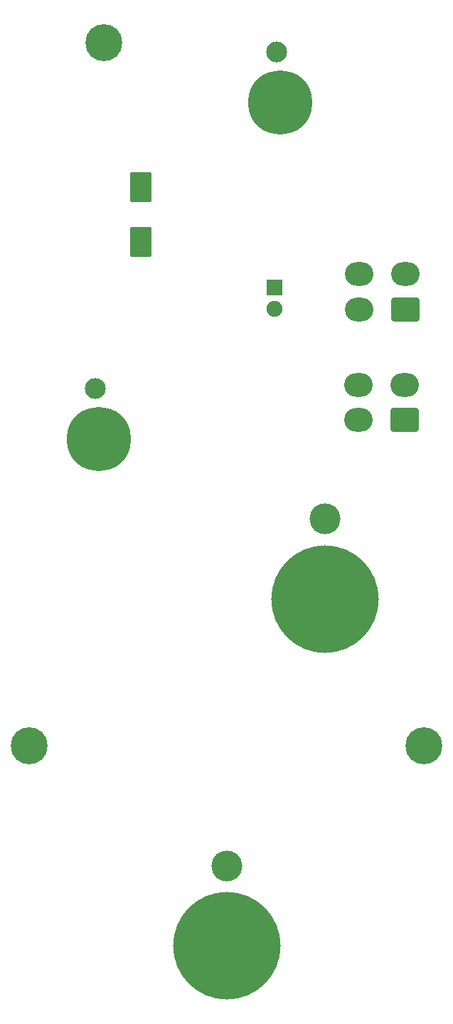
<source format=gbr>
%TF.GenerationSoftware,KiCad,Pcbnew,(6.0.9)*%
%TF.CreationDate,2023-04-01T12:32:25-08:00*%
%TF.ProjectId,EXT LT PANEL,45585420-4c54-4205-9041-4e454c2e6b69,3*%
%TF.SameCoordinates,Original*%
%TF.FileFunction,Soldermask,Bot*%
%TF.FilePolarity,Negative*%
%FSLAX46Y46*%
G04 Gerber Fmt 4.6, Leading zero omitted, Abs format (unit mm)*
G04 Created by KiCad (PCBNEW (6.0.9)) date 2023-04-01 12:32:25*
%MOMM*%
%LPD*%
G01*
G04 APERTURE LIST*
G04 Aperture macros list*
%AMRoundRect*
0 Rectangle with rounded corners*
0 $1 Rounding radius*
0 $2 $3 $4 $5 $6 $7 $8 $9 X,Y pos of 4 corners*
0 Add a 4 corners polygon primitive as box body*
4,1,4,$2,$3,$4,$5,$6,$7,$8,$9,$2,$3,0*
0 Add four circle primitives for the rounded corners*
1,1,$1+$1,$2,$3*
1,1,$1+$1,$4,$5*
1,1,$1+$1,$6,$7*
1,1,$1+$1,$8,$9*
0 Add four rect primitives between the rounded corners*
20,1,$1+$1,$2,$3,$4,$5,0*
20,1,$1+$1,$4,$5,$6,$7,0*
20,1,$1+$1,$6,$7,$8,$9,0*
20,1,$1+$1,$8,$9,$2,$3,0*%
G04 Aperture macros list end*
%ADD10C,12.800000*%
%ADD11C,3.672000*%
%ADD12C,4.400000*%
%ADD13C,2.481250*%
%ADD14C,7.640752*%
%ADD15RoundRect,0.300000X-1.000000X1.500000X-1.000000X-1.500000X1.000000X-1.500000X1.000000X1.500000X0*%
%ADD16RoundRect,0.300001X1.399999X-1.099999X1.399999X1.099999X-1.399999X1.099999X-1.399999X-1.099999X0*%
%ADD17O,3.400000X2.800000*%
%ADD18RoundRect,0.050000X-0.900000X0.900000X-0.900000X-0.900000X0.900000X-0.900000X0.900000X0.900000X0*%
%ADD19C,1.900000*%
G04 APERTURE END LIST*
D10*
%TO.C,3*%
X134410400Y-106248200D03*
D11*
X134410400Y-96723200D03*
D10*
X134410400Y-106248200D03*
%TD*%
%TO.C,4*%
X122726400Y-147523200D03*
D11*
X122726400Y-137998200D03*
D10*
X122726400Y-147523200D03*
%TD*%
D12*
%TO.C,5*%
X108121400Y-40081200D03*
%TD*%
%TO.C,6*%
X99231400Y-123710700D03*
%TD*%
%TO.C,7*%
X146221400Y-123710700D03*
%TD*%
D13*
%TO.C,2*%
X107067861Y-81212816D03*
D14*
X107486400Y-87198200D03*
%TD*%
D13*
%TO.C,1*%
X128657861Y-41207816D03*
D14*
X129076400Y-47193200D03*
%TD*%
D15*
%TO.C,C1*%
X112527000Y-57266800D03*
X112527000Y-63766800D03*
%TD*%
D16*
%TO.C,J1*%
X144003000Y-71808300D03*
D17*
X144003000Y-67608300D03*
X138503000Y-71808300D03*
X138503000Y-67608300D03*
%TD*%
D16*
%TO.C,J2*%
X143934000Y-84960500D03*
D17*
X143934000Y-80760500D03*
X138434000Y-84960500D03*
X138434000Y-80760500D03*
%TD*%
D18*
%TO.C,D45*%
X128422000Y-69212500D03*
D19*
X128422000Y-71752500D03*
%TD*%
M02*

</source>
